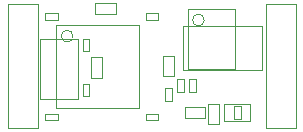
<source format=gbr>
%TF.GenerationSoftware,Altium Limited,Altium Designer,19.1.7 (138)*%
G04 Layer_Color=16711935*
%FSLAX26Y26*%
%MOIN*%
%TF.FileFunction,Other,Mechanical_13*%
%TF.Part,Single*%
G01*
G75*
%TA.AperFunction,NonConductor*%
%ADD62C,0.003937*%
D62*
X1237323Y1324842D02*
G03*
X1237323Y1324842I-19685J0D01*
G01*
X1674724Y1377992D02*
G03*
X1674724Y1377992I-19685J0D01*
G01*
X1795827Y1049331D02*
Y1090669D01*
X1774173Y1049331D02*
Y1090669D01*
X1795827D01*
X1774173Y1049331D02*
X1795827D01*
X1687284Y1033032D02*
X1722717D01*
X1687284Y1099961D02*
X1722717D01*
X1687284Y1033032D02*
Y1099961D01*
X1722717Y1033032D02*
Y1099961D01*
X1310158Y1396693D02*
Y1434094D01*
X1379055Y1396693D02*
Y1434094D01*
X1310158Y1396693D02*
X1379055D01*
X1310158Y1434094D02*
X1379055D01*
X1182205Y1084685D02*
Y1360276D01*
X1457795Y1084685D02*
Y1360276D01*
X1182205D02*
X1457795D01*
X1182205Y1084685D02*
X1457795D01*
X1544173Y1150669D02*
X1565827D01*
X1544173Y1109331D02*
X1565827D01*
X1544173D02*
Y1150669D01*
X1565827Y1109331D02*
Y1150669D01*
X1520669Y1379173D02*
Y1400827D01*
X1479331Y1379173D02*
Y1400827D01*
X1520669D01*
X1479331Y1379173D02*
X1520669D01*
X1185669D02*
Y1400827D01*
X1144331Y1379173D02*
Y1400827D01*
X1185669D01*
X1144331Y1379173D02*
X1185669D01*
X1479331Y1044173D02*
Y1065827D01*
X1520669Y1044173D02*
Y1065827D01*
X1479331Y1044173D02*
X1520669D01*
X1479331Y1065827D02*
X1520669D01*
X1144331Y1044173D02*
Y1065827D01*
X1185669Y1044173D02*
Y1065827D01*
X1144331Y1044173D02*
X1185669D01*
X1144331Y1065827D02*
X1185669D01*
X1296299Y1254449D02*
X1333701D01*
X1296299Y1185551D02*
X1333701D01*
X1296299D02*
Y1254449D01*
X1333701Y1185551D02*
Y1254449D01*
X1269173Y1124331D02*
X1290827D01*
X1269173Y1165669D02*
X1290827D01*
Y1124331D02*
Y1165669D01*
X1269173Y1124331D02*
Y1165669D01*
Y1315669D02*
X1290827D01*
X1269173Y1274331D02*
X1290827D01*
X1269173D02*
Y1315669D01*
X1290827Y1274331D02*
Y1315669D01*
X1584173Y1139331D02*
Y1180669D01*
X1605827Y1139331D02*
Y1180669D01*
X1584173Y1139331D02*
X1605827D01*
X1584173Y1180669D02*
X1605827D01*
X1624173Y1139331D02*
Y1180669D01*
X1645827Y1139331D02*
Y1180669D01*
X1624173Y1139331D02*
X1645827D01*
X1624173Y1180669D02*
X1645827D01*
X1572716Y1191535D02*
Y1258465D01*
X1537284Y1191535D02*
Y1258465D01*
Y1191535D02*
X1572716D01*
X1537284Y1258465D02*
X1572716D01*
X1611535Y1052284D02*
Y1087716D01*
X1678465Y1052284D02*
Y1087716D01*
X1611535Y1052284D02*
X1678465D01*
X1611535Y1087716D02*
X1678465D01*
X1828504Y1041457D02*
Y1098543D01*
X1741496Y1041457D02*
Y1098543D01*
X1828504D01*
X1741496Y1041457D02*
X1828504D01*
X1127008Y1116575D02*
Y1313425D01*
X1252992Y1116575D02*
Y1313425D01*
X1127008Y1116575D02*
X1252992D01*
X1127008Y1313425D02*
X1252992D01*
X1603110Y1211142D02*
X1866890D01*
X1603110Y1357205D02*
X1866890D01*
Y1211142D02*
Y1357205D01*
X1603110Y1211142D02*
Y1357205D01*
X1880000Y1432480D02*
X1980000D01*
Y1017520D02*
Y1432480D01*
X1880000Y1017520D02*
X1980000D01*
X1880000D02*
Y1432480D01*
X1020000D02*
X1120000D01*
Y1017520D02*
Y1432480D01*
X1020000Y1017520D02*
X1120000D01*
X1020000D02*
Y1432480D01*
X1619606Y1216575D02*
X1777087D01*
X1619606Y1413425D02*
X1777087D01*
Y1216575D02*
Y1413425D01*
X1619606Y1216575D02*
Y1413425D01*
%TF.MD5,c8bacba6800c3e730c289375ca186952*%
M02*

</source>
